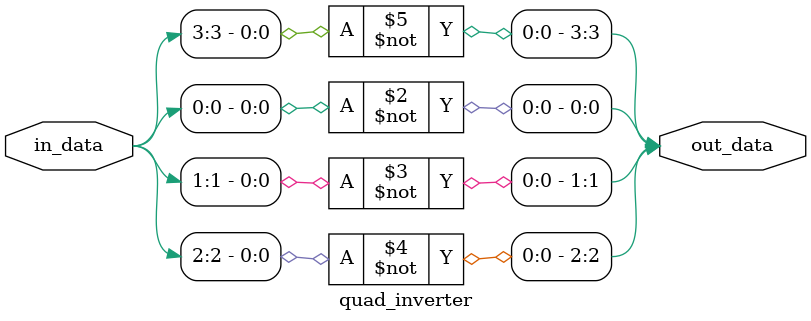
<source format=v>
module quad_inverter(in_data, out_data);
	input[3:0] in_data;
	output[3:0] out_data;
	reg[3:0] out_data;
	
	always begin
		out_data[0] <= ~in_data[0];
		out_data[1] <= ~in_data[1];
		out_data[2] <= ~in_data[2];
		out_data[3] <= ~in_data[3];
	end
endmodule
</source>
